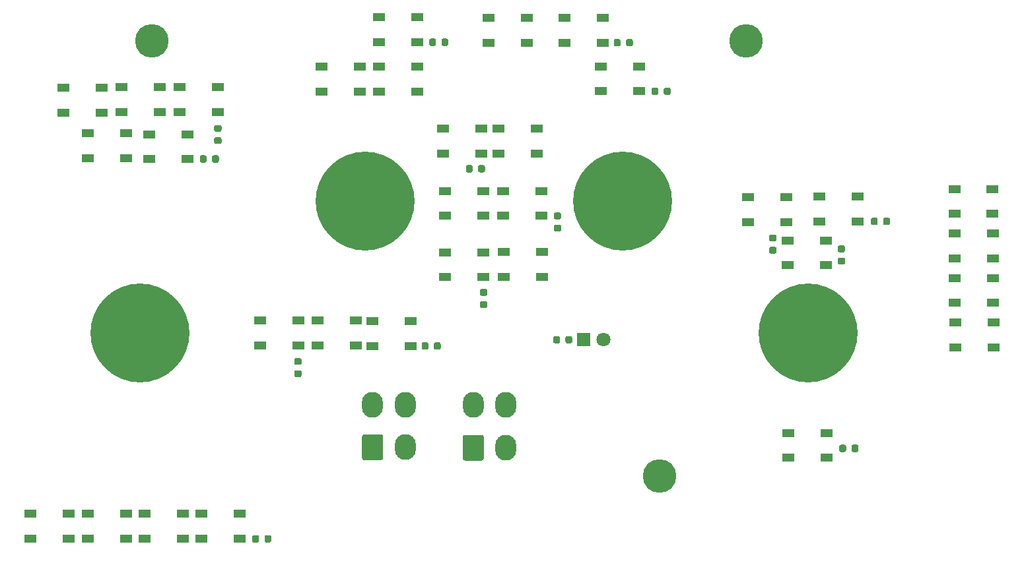
<source format=gbr>
%TF.GenerationSoftware,KiCad,Pcbnew,(5.1.6)-1*%
%TF.CreationDate,2020-12-18T17:33:36+11:00*%
%TF.ProjectId,Fuel Panel PCB V2,4675656c-2050-4616-9e65-6c2050434220,rev?*%
%TF.SameCoordinates,Original*%
%TF.FileFunction,Soldermask,Top*%
%TF.FilePolarity,Negative*%
%FSLAX46Y46*%
G04 Gerber Fmt 4.6, Leading zero omitted, Abs format (unit mm)*
G04 Created by KiCad (PCBNEW (5.1.6)-1) date 2020-12-18 17:33:36*
%MOMM*%
%LPD*%
G01*
G04 APERTURE LIST*
%ADD10C,12.700000*%
%ADD11C,4.300000*%
%ADD12O,2.700000X3.300000*%
%ADD13C,1.800000*%
%ADD14R,1.800000X1.800000*%
%ADD15R,1.500000X1.000000*%
G04 APERTURE END LIST*
D10*
%TO.C,7*%
X116027200Y-120929400D03*
%TD*%
D11*
%TO.C,6*%
X193814700Y-83464400D03*
%TD*%
%TO.C,5*%
X117614700Y-83464400D03*
%TD*%
%TO.C,5*%
X182704740Y-139344400D03*
%TD*%
D10*
%TO.C,3*%
X201752200Y-120929400D03*
X201752200Y-120929400D03*
%TD*%
%TO.C,2*%
X177939700Y-104038400D03*
X177939700Y-104038400D03*
%TD*%
%TO.C,1*%
X144919700Y-104038400D03*
X144919700Y-104038400D03*
%TD*%
D12*
%TO.C,J2*%
X163001000Y-130187000D03*
X158801000Y-130187000D03*
X163001000Y-135687000D03*
G36*
G01*
X157451000Y-137086999D02*
X157451000Y-134287001D01*
G75*
G02*
X157701001Y-134037000I250001J0D01*
G01*
X159900999Y-134037000D01*
G75*
G02*
X160151000Y-134287001I0J-250001D01*
G01*
X160151000Y-137086999D01*
G75*
G02*
X159900999Y-137337000I-250001J0D01*
G01*
X157701001Y-137337000D01*
G75*
G02*
X157451000Y-137086999I0J250001D01*
G01*
G37*
%TD*%
%TO.C,J1*%
X150098000Y-130136000D03*
X145898000Y-130136000D03*
X150098000Y-135636000D03*
G36*
G01*
X144548000Y-137035999D02*
X144548000Y-134236001D01*
G75*
G02*
X144798001Y-133986000I250001J0D01*
G01*
X146997999Y-133986000D01*
G75*
G02*
X147248000Y-134236001I0J-250001D01*
G01*
X147248000Y-137035999D01*
G75*
G02*
X146997999Y-137286000I-250001J0D01*
G01*
X144798001Y-137286000D01*
G75*
G02*
X144548000Y-137035999I0J250001D01*
G01*
G37*
%TD*%
%TO.C,R1*%
G36*
G01*
X169932000Y-121561750D02*
X169932000Y-122074250D01*
G75*
G02*
X169713250Y-122293000I-218750J0D01*
G01*
X169275750Y-122293000D01*
G75*
G02*
X169057000Y-122074250I0J218750D01*
G01*
X169057000Y-121561750D01*
G75*
G02*
X169275750Y-121343000I218750J0D01*
G01*
X169713250Y-121343000D01*
G75*
G02*
X169932000Y-121561750I0J-218750D01*
G01*
G37*
G36*
G01*
X171507000Y-121561750D02*
X171507000Y-122074250D01*
G75*
G02*
X171288250Y-122293000I-218750J0D01*
G01*
X170850750Y-122293000D01*
G75*
G02*
X170632000Y-122074250I0J218750D01*
G01*
X170632000Y-121561750D01*
G75*
G02*
X170850750Y-121343000I218750J0D01*
G01*
X171288250Y-121343000D01*
G75*
G02*
X171507000Y-121561750I0J-218750D01*
G01*
G37*
%TD*%
%TO.C,C16*%
G36*
G01*
X131333860Y-147137410D02*
X131333860Y-147649910D01*
G75*
G02*
X131115110Y-147868660I-218750J0D01*
G01*
X130677610Y-147868660D01*
G75*
G02*
X130458860Y-147649910I0J218750D01*
G01*
X130458860Y-147137410D01*
G75*
G02*
X130677610Y-146918660I218750J0D01*
G01*
X131115110Y-146918660D01*
G75*
G02*
X131333860Y-147137410I0J-218750D01*
G01*
G37*
G36*
G01*
X132908860Y-147137410D02*
X132908860Y-147649910D01*
G75*
G02*
X132690110Y-147868660I-218750J0D01*
G01*
X132252610Y-147868660D01*
G75*
G02*
X132033860Y-147649910I0J218750D01*
G01*
X132033860Y-147137410D01*
G75*
G02*
X132252610Y-146918660I218750J0D01*
G01*
X132690110Y-146918660D01*
G75*
G02*
X132908860Y-147137410I0J-218750D01*
G01*
G37*
%TD*%
%TO.C,C15*%
G36*
G01*
X206624540Y-135514370D02*
X206624540Y-136026870D01*
G75*
G02*
X206405790Y-136245620I-218750J0D01*
G01*
X205968290Y-136245620D01*
G75*
G02*
X205749540Y-136026870I0J218750D01*
G01*
X205749540Y-135514370D01*
G75*
G02*
X205968290Y-135295620I218750J0D01*
G01*
X206405790Y-135295620D01*
G75*
G02*
X206624540Y-135514370I0J-218750D01*
G01*
G37*
G36*
G01*
X208199540Y-135514370D02*
X208199540Y-136026870D01*
G75*
G02*
X207980790Y-136245620I-218750J0D01*
G01*
X207543290Y-136245620D01*
G75*
G02*
X207324540Y-136026870I0J218750D01*
G01*
X207324540Y-135514370D01*
G75*
G02*
X207543290Y-135295620I218750J0D01*
G01*
X207980790Y-135295620D01*
G75*
G02*
X208199540Y-135514370I0J-218750D01*
G01*
G37*
%TD*%
%TO.C,C14*%
G36*
G01*
X205763150Y-111299640D02*
X206275650Y-111299640D01*
G75*
G02*
X206494400Y-111518390I0J-218750D01*
G01*
X206494400Y-111955890D01*
G75*
G02*
X206275650Y-112174640I-218750J0D01*
G01*
X205763150Y-112174640D01*
G75*
G02*
X205544400Y-111955890I0J218750D01*
G01*
X205544400Y-111518390D01*
G75*
G02*
X205763150Y-111299640I218750J0D01*
G01*
G37*
G36*
G01*
X205763150Y-109724640D02*
X206275650Y-109724640D01*
G75*
G02*
X206494400Y-109943390I0J-218750D01*
G01*
X206494400Y-110380890D01*
G75*
G02*
X206275650Y-110599640I-218750J0D01*
G01*
X205763150Y-110599640D01*
G75*
G02*
X205544400Y-110380890I0J218750D01*
G01*
X205544400Y-109943390D01*
G75*
G02*
X205763150Y-109724640I218750J0D01*
G01*
G37*
%TD*%
%TO.C,C13*%
G36*
G01*
X210675840Y-106357710D02*
X210675840Y-106870210D01*
G75*
G02*
X210457090Y-107088960I-218750J0D01*
G01*
X210019590Y-107088960D01*
G75*
G02*
X209800840Y-106870210I0J218750D01*
G01*
X209800840Y-106357710D01*
G75*
G02*
X210019590Y-106138960I218750J0D01*
G01*
X210457090Y-106138960D01*
G75*
G02*
X210675840Y-106357710I0J-218750D01*
G01*
G37*
G36*
G01*
X212250840Y-106357710D02*
X212250840Y-106870210D01*
G75*
G02*
X212032090Y-107088960I-218750J0D01*
G01*
X211594590Y-107088960D01*
G75*
G02*
X211375840Y-106870210I0J218750D01*
G01*
X211375840Y-106357710D01*
G75*
G02*
X211594590Y-106138960I218750J0D01*
G01*
X212032090Y-106138960D01*
G75*
G02*
X212250840Y-106357710I0J-218750D01*
G01*
G37*
%TD*%
%TO.C,C12*%
G36*
G01*
X169867290Y-106347880D02*
X169354790Y-106347880D01*
G75*
G02*
X169136040Y-106129130I0J218750D01*
G01*
X169136040Y-105691630D01*
G75*
G02*
X169354790Y-105472880I218750J0D01*
G01*
X169867290Y-105472880D01*
G75*
G02*
X170086040Y-105691630I0J-218750D01*
G01*
X170086040Y-106129130D01*
G75*
G02*
X169867290Y-106347880I-218750J0D01*
G01*
G37*
G36*
G01*
X169867290Y-107922880D02*
X169354790Y-107922880D01*
G75*
G02*
X169136040Y-107704130I0J218750D01*
G01*
X169136040Y-107266630D01*
G75*
G02*
X169354790Y-107047880I218750J0D01*
G01*
X169867290Y-107047880D01*
G75*
G02*
X170086040Y-107266630I0J-218750D01*
G01*
X170086040Y-107704130D01*
G75*
G02*
X169867290Y-107922880I-218750J0D01*
G01*
G37*
%TD*%
%TO.C,C11*%
G36*
G01*
X197479630Y-109195020D02*
X196967130Y-109195020D01*
G75*
G02*
X196748380Y-108976270I0J218750D01*
G01*
X196748380Y-108538770D01*
G75*
G02*
X196967130Y-108320020I218750J0D01*
G01*
X197479630Y-108320020D01*
G75*
G02*
X197698380Y-108538770I0J-218750D01*
G01*
X197698380Y-108976270D01*
G75*
G02*
X197479630Y-109195020I-218750J0D01*
G01*
G37*
G36*
G01*
X197479630Y-110770020D02*
X196967130Y-110770020D01*
G75*
G02*
X196748380Y-110551270I0J218750D01*
G01*
X196748380Y-110113770D01*
G75*
G02*
X196967130Y-109895020I218750J0D01*
G01*
X197479630Y-109895020D01*
G75*
G02*
X197698380Y-110113770I0J-218750D01*
G01*
X197698380Y-110551270D01*
G75*
G02*
X197479630Y-110770020I-218750J0D01*
G01*
G37*
%TD*%
%TO.C,C10*%
G36*
G01*
X182547880Y-89659750D02*
X182547880Y-90172250D01*
G75*
G02*
X182329130Y-90391000I-218750J0D01*
G01*
X181891630Y-90391000D01*
G75*
G02*
X181672880Y-90172250I0J218750D01*
G01*
X181672880Y-89659750D01*
G75*
G02*
X181891630Y-89441000I218750J0D01*
G01*
X182329130Y-89441000D01*
G75*
G02*
X182547880Y-89659750I0J-218750D01*
G01*
G37*
G36*
G01*
X184122880Y-89659750D02*
X184122880Y-90172250D01*
G75*
G02*
X183904130Y-90391000I-218750J0D01*
G01*
X183466630Y-90391000D01*
G75*
G02*
X183247880Y-90172250I0J218750D01*
G01*
X183247880Y-89659750D01*
G75*
G02*
X183466630Y-89441000I218750J0D01*
G01*
X183904130Y-89441000D01*
G75*
G02*
X184122880Y-89659750I0J-218750D01*
G01*
G37*
%TD*%
%TO.C,C9*%
G36*
G01*
X177701360Y-83418970D02*
X177701360Y-83931470D01*
G75*
G02*
X177482610Y-84150220I-218750J0D01*
G01*
X177045110Y-84150220D01*
G75*
G02*
X176826360Y-83931470I0J218750D01*
G01*
X176826360Y-83418970D01*
G75*
G02*
X177045110Y-83200220I218750J0D01*
G01*
X177482610Y-83200220D01*
G75*
G02*
X177701360Y-83418970I0J-218750D01*
G01*
G37*
G36*
G01*
X179276360Y-83418970D02*
X179276360Y-83931470D01*
G75*
G02*
X179057610Y-84150220I-218750J0D01*
G01*
X178620110Y-84150220D01*
G75*
G02*
X178401360Y-83931470I0J218750D01*
G01*
X178401360Y-83418970D01*
G75*
G02*
X178620110Y-83200220I218750J0D01*
G01*
X179057610Y-83200220D01*
G75*
G02*
X179276360Y-83418970I0J-218750D01*
G01*
G37*
%TD*%
%TO.C,C8*%
G36*
G01*
X154031200Y-83360550D02*
X154031200Y-83873050D01*
G75*
G02*
X153812450Y-84091800I-218750J0D01*
G01*
X153374950Y-84091800D01*
G75*
G02*
X153156200Y-83873050I0J218750D01*
G01*
X153156200Y-83360550D01*
G75*
G02*
X153374950Y-83141800I218750J0D01*
G01*
X153812450Y-83141800D01*
G75*
G02*
X154031200Y-83360550I0J-218750D01*
G01*
G37*
G36*
G01*
X155606200Y-83360550D02*
X155606200Y-83873050D01*
G75*
G02*
X155387450Y-84091800I-218750J0D01*
G01*
X154949950Y-84091800D01*
G75*
G02*
X154731200Y-83873050I0J218750D01*
G01*
X154731200Y-83360550D01*
G75*
G02*
X154949950Y-83141800I218750J0D01*
G01*
X155387450Y-83141800D01*
G75*
G02*
X155606200Y-83360550I0J-218750D01*
G01*
G37*
%TD*%
%TO.C,C7*%
G36*
G01*
X159435180Y-100121430D02*
X159435180Y-99608930D01*
G75*
G02*
X159653930Y-99390180I218750J0D01*
G01*
X160091430Y-99390180D01*
G75*
G02*
X160310180Y-99608930I0J-218750D01*
G01*
X160310180Y-100121430D01*
G75*
G02*
X160091430Y-100340180I-218750J0D01*
G01*
X159653930Y-100340180D01*
G75*
G02*
X159435180Y-100121430I0J218750D01*
G01*
G37*
G36*
G01*
X157860180Y-100121430D02*
X157860180Y-99608930D01*
G75*
G02*
X158078930Y-99390180I218750J0D01*
G01*
X158516430Y-99390180D01*
G75*
G02*
X158735180Y-99608930I0J-218750D01*
G01*
X158735180Y-100121430D01*
G75*
G02*
X158516430Y-100340180I-218750J0D01*
G01*
X158078930Y-100340180D01*
G75*
G02*
X157860180Y-100121430I0J218750D01*
G01*
G37*
%TD*%
%TO.C,C6*%
G36*
G01*
X160393090Y-116182560D02*
X159880590Y-116182560D01*
G75*
G02*
X159661840Y-115963810I0J218750D01*
G01*
X159661840Y-115526310D01*
G75*
G02*
X159880590Y-115307560I218750J0D01*
G01*
X160393090Y-115307560D01*
G75*
G02*
X160611840Y-115526310I0J-218750D01*
G01*
X160611840Y-115963810D01*
G75*
G02*
X160393090Y-116182560I-218750J0D01*
G01*
G37*
G36*
G01*
X160393090Y-117757560D02*
X159880590Y-117757560D01*
G75*
G02*
X159661840Y-117538810I0J218750D01*
G01*
X159661840Y-117101310D01*
G75*
G02*
X159880590Y-116882560I218750J0D01*
G01*
X160393090Y-116882560D01*
G75*
G02*
X160611840Y-117101310I0J-218750D01*
G01*
X160611840Y-117538810D01*
G75*
G02*
X160393090Y-117757560I-218750J0D01*
G01*
G37*
%TD*%
%TO.C,C5*%
G36*
G01*
X153061020Y-122367330D02*
X153061020Y-122879830D01*
G75*
G02*
X152842270Y-123098580I-218750J0D01*
G01*
X152404770Y-123098580D01*
G75*
G02*
X152186020Y-122879830I0J218750D01*
G01*
X152186020Y-122367330D01*
G75*
G02*
X152404770Y-122148580I218750J0D01*
G01*
X152842270Y-122148580D01*
G75*
G02*
X153061020Y-122367330I0J-218750D01*
G01*
G37*
G36*
G01*
X154636020Y-122367330D02*
X154636020Y-122879830D01*
G75*
G02*
X154417270Y-123098580I-218750J0D01*
G01*
X153979770Y-123098580D01*
G75*
G02*
X153761020Y-122879830I0J218750D01*
G01*
X153761020Y-122367330D01*
G75*
G02*
X153979770Y-122148580I218750J0D01*
G01*
X154417270Y-122148580D01*
G75*
G02*
X154636020Y-122367330I0J-218750D01*
G01*
G37*
%TD*%
%TO.C,C4*%
G36*
G01*
X136586257Y-125046673D02*
X136073757Y-125046673D01*
G75*
G02*
X135855007Y-124827923I0J218750D01*
G01*
X135855007Y-124390423D01*
G75*
G02*
X136073757Y-124171673I218750J0D01*
G01*
X136586257Y-124171673D01*
G75*
G02*
X136805007Y-124390423I0J-218750D01*
G01*
X136805007Y-124827923D01*
G75*
G02*
X136586257Y-125046673I-218750J0D01*
G01*
G37*
G36*
G01*
X136586257Y-126621673D02*
X136073757Y-126621673D01*
G75*
G02*
X135855007Y-126402923I0J218750D01*
G01*
X135855007Y-125965423D01*
G75*
G02*
X136073757Y-125746673I218750J0D01*
G01*
X136586257Y-125746673D01*
G75*
G02*
X136805007Y-125965423I0J-218750D01*
G01*
X136805007Y-126402923D01*
G75*
G02*
X136586257Y-126621673I-218750J0D01*
G01*
G37*
%TD*%
%TO.C,C3*%
G36*
G01*
X124618100Y-98349090D02*
X124618100Y-98861590D01*
G75*
G02*
X124399350Y-99080340I-218750J0D01*
G01*
X123961850Y-99080340D01*
G75*
G02*
X123743100Y-98861590I0J218750D01*
G01*
X123743100Y-98349090D01*
G75*
G02*
X123961850Y-98130340I218750J0D01*
G01*
X124399350Y-98130340D01*
G75*
G02*
X124618100Y-98349090I0J-218750D01*
G01*
G37*
G36*
G01*
X126193100Y-98349090D02*
X126193100Y-98861590D01*
G75*
G02*
X125974350Y-99080340I-218750J0D01*
G01*
X125536850Y-99080340D01*
G75*
G02*
X125318100Y-98861590I0J218750D01*
G01*
X125318100Y-98349090D01*
G75*
G02*
X125536850Y-98130340I218750J0D01*
G01*
X125974350Y-98130340D01*
G75*
G02*
X126193100Y-98349090I0J-218750D01*
G01*
G37*
%TD*%
%TO.C,C2*%
G36*
G01*
X126311370Y-95113260D02*
X125798870Y-95113260D01*
G75*
G02*
X125580120Y-94894510I0J218750D01*
G01*
X125580120Y-94457010D01*
G75*
G02*
X125798870Y-94238260I218750J0D01*
G01*
X126311370Y-94238260D01*
G75*
G02*
X126530120Y-94457010I0J-218750D01*
G01*
X126530120Y-94894510D01*
G75*
G02*
X126311370Y-95113260I-218750J0D01*
G01*
G37*
G36*
G01*
X126311370Y-96688260D02*
X125798870Y-96688260D01*
G75*
G02*
X125580120Y-96469510I0J218750D01*
G01*
X125580120Y-96032010D01*
G75*
G02*
X125798870Y-95813260I218750J0D01*
G01*
X126311370Y-95813260D01*
G75*
G02*
X126530120Y-96032010I0J-218750D01*
G01*
X126530120Y-96469510D01*
G75*
G02*
X126311370Y-96688260I-218750J0D01*
G01*
G37*
%TD*%
D13*
%TO.C,D33*%
X175514000Y-121818000D03*
D14*
X172974000Y-121818000D03*
%TD*%
D15*
%TO.C,D5*%
X117235000Y-95428000D03*
X117235000Y-98628000D03*
X122135000Y-95428000D03*
X122135000Y-98628000D03*
%TD*%
%TO.C,D28*%
X199226000Y-133782000D03*
X199226000Y-136982000D03*
X204126000Y-133782000D03*
X204126000Y-136982000D03*
%TD*%
%TO.C,D14*%
X155171000Y-102718000D03*
X155171000Y-105918000D03*
X160071000Y-102718000D03*
X160071000Y-105918000D03*
%TD*%
%TO.C,D32*%
X220652000Y-119583000D03*
X220652000Y-122783000D03*
X225552000Y-119583000D03*
X225552000Y-122783000D03*
%TD*%
%TO.C,D31*%
X220550000Y-113894000D03*
X220550000Y-117094000D03*
X225450000Y-113894000D03*
X225450000Y-117094000D03*
%TD*%
%TO.C,D30*%
X220550000Y-108204000D03*
X220550000Y-111404000D03*
X225450000Y-108204000D03*
X225450000Y-111404000D03*
%TD*%
%TO.C,D29*%
X220511000Y-102464000D03*
X220511000Y-105664000D03*
X225411000Y-102464000D03*
X225411000Y-105664000D03*
%TD*%
%TO.C,D27*%
X199113000Y-109068000D03*
X199113000Y-112268000D03*
X204013000Y-109068000D03*
X204013000Y-112268000D03*
%TD*%
%TO.C,D26*%
X203177000Y-103429000D03*
X203177000Y-106629000D03*
X208077000Y-103429000D03*
X208077000Y-106629000D03*
%TD*%
%TO.C,D25*%
X194084000Y-103531000D03*
X194084000Y-106731000D03*
X198984000Y-103531000D03*
X198984000Y-106731000D03*
%TD*%
%TO.C,D24*%
X123980000Y-144145000D03*
X123980000Y-147345000D03*
X128880000Y-144145000D03*
X128880000Y-147345000D03*
%TD*%
%TO.C,D23*%
X116664000Y-144170000D03*
X116664000Y-147370000D03*
X121564000Y-144170000D03*
X121564000Y-147370000D03*
%TD*%
%TO.C,D22*%
X109400000Y-144171000D03*
X109400000Y-147371000D03*
X114300000Y-144171000D03*
X114300000Y-147371000D03*
%TD*%
%TO.C,D21*%
X101995000Y-144145000D03*
X101995000Y-147345000D03*
X106895000Y-144145000D03*
X106895000Y-147345000D03*
%TD*%
%TO.C,D20*%
X145874000Y-119431000D03*
X145874000Y-122631000D03*
X150774000Y-119431000D03*
X150774000Y-122631000D03*
%TD*%
%TO.C,D19*%
X138864000Y-119380000D03*
X138864000Y-122580000D03*
X143764000Y-119380000D03*
X143764000Y-122580000D03*
%TD*%
%TO.C,D18*%
X131447000Y-119380000D03*
X131447000Y-122580000D03*
X136347000Y-119380000D03*
X136347000Y-122580000D03*
%TD*%
%TO.C,D17*%
X162689000Y-110541000D03*
X162689000Y-113741000D03*
X167589000Y-110541000D03*
X167589000Y-113741000D03*
%TD*%
%TO.C,D16*%
X155222000Y-110592000D03*
X155222000Y-113792000D03*
X160122000Y-110592000D03*
X160122000Y-113792000D03*
%TD*%
%TO.C,D15*%
X162638000Y-102718000D03*
X162638000Y-105918000D03*
X167538000Y-102718000D03*
X167538000Y-105918000D03*
%TD*%
%TO.C,D13*%
X162080000Y-94691200D03*
X162080000Y-97891200D03*
X166980000Y-94691200D03*
X166980000Y-97891200D03*
%TD*%
%TO.C,D12*%
X154968000Y-94691200D03*
X154968000Y-97891200D03*
X159868000Y-94691200D03*
X159868000Y-97891200D03*
%TD*%
%TO.C,D11*%
X175186000Y-86715600D03*
X175186000Y-89915600D03*
X180086000Y-86715600D03*
X180086000Y-89915600D03*
%TD*%
%TO.C,D10*%
X170512000Y-80467200D03*
X170512000Y-83667200D03*
X175412000Y-80467200D03*
X175412000Y-83667200D03*
%TD*%
%TO.C,D9*%
X160770000Y-80492800D03*
X160770000Y-83692800D03*
X165670000Y-80492800D03*
X165670000Y-83692800D03*
%TD*%
%TO.C,D8*%
X146738000Y-80416400D03*
X146738000Y-83616400D03*
X151638000Y-80416400D03*
X151638000Y-83616400D03*
%TD*%
%TO.C,D7*%
X146687000Y-86766800D03*
X146687000Y-89966800D03*
X151587000Y-86766800D03*
X151587000Y-89966800D03*
%TD*%
%TO.C,D6*%
X139344000Y-86766800D03*
X139344000Y-89966800D03*
X144244000Y-86766800D03*
X144244000Y-89966800D03*
%TD*%
%TO.C,D4*%
X109372000Y-95300800D03*
X109372000Y-98500800D03*
X114272000Y-95300800D03*
X114272000Y-98500800D03*
%TD*%
%TO.C,D3*%
X121158000Y-89408400D03*
X121158000Y-92608400D03*
X126058000Y-89408400D03*
X126058000Y-92608400D03*
%TD*%
%TO.C,D2*%
X113690000Y-89408000D03*
X113690000Y-92608000D03*
X118590000Y-89408000D03*
X118590000Y-92608000D03*
%TD*%
%TO.C,D1*%
X106223000Y-89433600D03*
X106223000Y-92633600D03*
X111123000Y-89433600D03*
X111123000Y-92633600D03*
%TD*%
M02*

</source>
